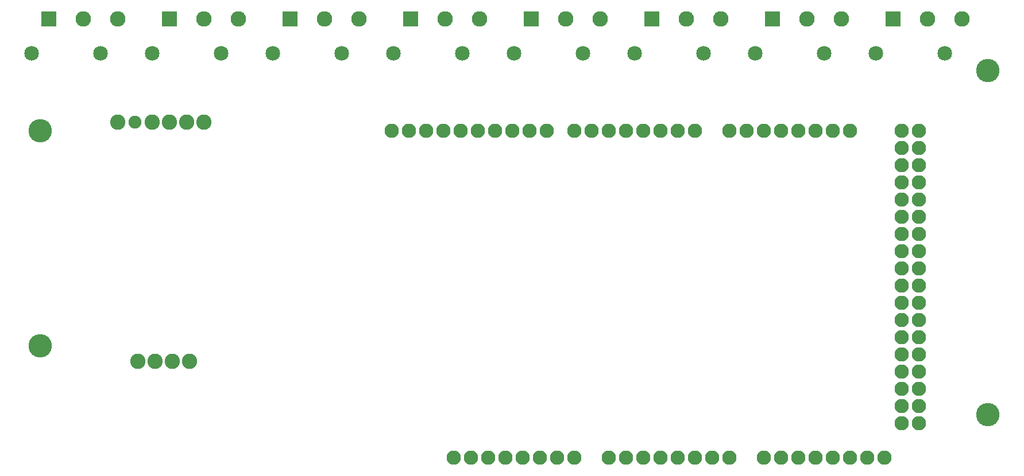
<source format=gbs>
G04 MADE WITH FRITZING*
G04 WWW.FRITZING.ORG*
G04 DOUBLE SIDED*
G04 HOLES PLATED*
G04 CONTOUR ON CENTER OF CONTOUR VECTOR*
%ASAXBY*%
%FSLAX23Y23*%
%MOIN*%
%OFA0B0*%
%SFA1.0B1.0*%
%ADD10C,0.082917*%
%ADD11C,0.088861*%
%ADD12C,0.074972*%
%ADD13C,0.088833*%
%ADD14C,0.085000*%
%ADD15C,0.090000*%
%ADD16C,0.135984*%
%ADD17R,0.090000X0.090000*%
%LNMASK0*%
G90*
G70*
G54D10*
X4540Y204D03*
X2940Y204D03*
X4640Y204D03*
X4740Y204D03*
X4840Y204D03*
X4940Y204D03*
X5240Y1604D03*
X5040Y204D03*
X5140Y204D03*
X2980Y2104D03*
X3540Y204D03*
X3640Y204D03*
X3740Y204D03*
X3840Y204D03*
X5240Y804D03*
X3940Y204D03*
X4040Y204D03*
X4140Y204D03*
X4240Y204D03*
X3740Y2104D03*
X5240Y2004D03*
X5240Y1204D03*
X5240Y404D03*
X2580Y2104D03*
X3340Y204D03*
X3340Y2104D03*
X5240Y1804D03*
X5240Y1404D03*
X5240Y1004D03*
X4940Y2104D03*
X5240Y604D03*
X4840Y2104D03*
X4740Y2104D03*
X4640Y2104D03*
X4540Y2104D03*
X4440Y2104D03*
X4340Y2104D03*
X4240Y2104D03*
X2380Y2104D03*
X2780Y2104D03*
X3180Y2104D03*
X2740Y204D03*
X3140Y204D03*
X3940Y2104D03*
X3540Y2104D03*
X5240Y2104D03*
X5240Y1904D03*
X5240Y1704D03*
X5240Y1504D03*
X5240Y1304D03*
X5240Y1104D03*
X5240Y904D03*
X5240Y704D03*
X5240Y504D03*
X2280Y2104D03*
X2480Y2104D03*
X2680Y2104D03*
X2880Y2104D03*
X3080Y2104D03*
X2640Y204D03*
X2840Y204D03*
X3040Y204D03*
X3240Y204D03*
X4040Y2104D03*
X3840Y2104D03*
X3640Y2104D03*
X3440Y2104D03*
X5340Y2104D03*
X5340Y2004D03*
X5340Y1904D03*
X5340Y1804D03*
X5340Y1704D03*
X5340Y1604D03*
X5340Y1504D03*
X5340Y1404D03*
X5340Y1304D03*
X5340Y1204D03*
X5340Y1104D03*
X5340Y1004D03*
X5340Y904D03*
X5340Y804D03*
X5340Y704D03*
X5340Y604D03*
X5340Y504D03*
X5340Y404D03*
X4440Y204D03*
G54D11*
X690Y2154D03*
G54D12*
X790Y2154D03*
G54D11*
X890Y2154D03*
X990Y2154D03*
X1090Y2154D03*
X1190Y2154D03*
G54D13*
X806Y764D03*
X906Y764D03*
X1006Y764D03*
X1106Y764D03*
G54D14*
X4390Y2554D03*
X4790Y2554D03*
X5090Y2554D03*
X5490Y2554D03*
X3690Y2554D03*
X4090Y2554D03*
X2990Y2554D03*
X3390Y2554D03*
X190Y2554D03*
X590Y2554D03*
X890Y2554D03*
X1290Y2554D03*
X2290Y2554D03*
X2690Y2554D03*
X1590Y2554D03*
X1990Y2554D03*
G54D15*
X1190Y2754D03*
X1390Y2754D03*
X990Y2754D03*
X4690Y2754D03*
X4890Y2754D03*
X4490Y2754D03*
X3290Y2754D03*
X3490Y2754D03*
X3090Y2754D03*
X3990Y2754D03*
X4190Y2754D03*
X3790Y2754D03*
X5390Y2754D03*
X5590Y2754D03*
X5190Y2754D03*
X1890Y2754D03*
X2090Y2754D03*
X1690Y2754D03*
X2590Y2754D03*
X2790Y2754D03*
X2390Y2754D03*
X490Y2754D03*
X690Y2754D03*
X290Y2754D03*
G54D16*
X240Y2104D03*
X5740Y2454D03*
X240Y854D03*
X5740Y454D03*
G54D17*
X990Y2754D03*
X4490Y2754D03*
X3090Y2754D03*
X3790Y2754D03*
X5190Y2754D03*
X1690Y2754D03*
X2390Y2754D03*
X290Y2754D03*
G04 End of Mask0*
M02*
</source>
